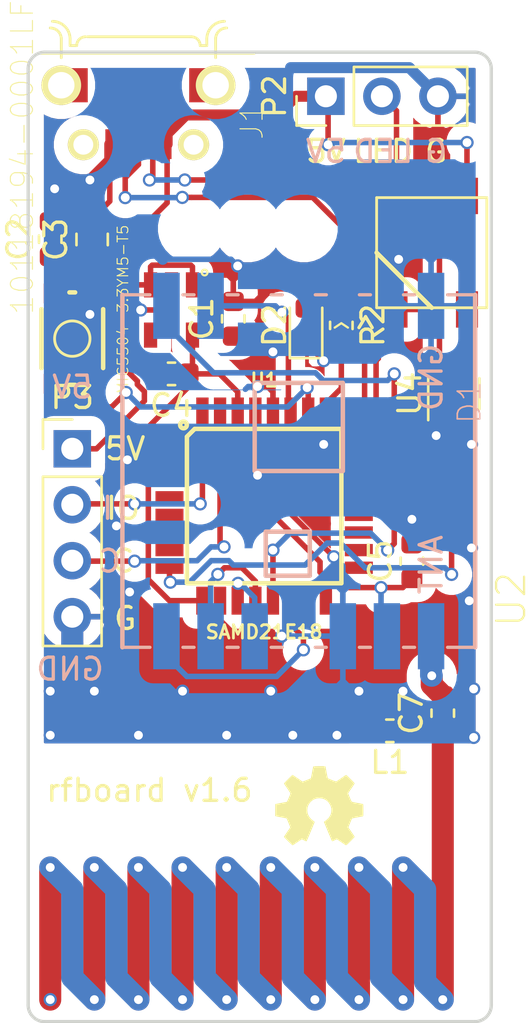
<source format=kicad_pcb>
(kicad_pcb (version 20221018) (generator pcbnew)
  (layers (0 "F.Cu" signal) (31 "B.Cu" signal) (34 "B.Paste" user) (35 "F.Paste" user) (36 "B.SilkS" user "B.Silkscreen") (37 "F.SilkS" user "F.Silkscreen") (38 "B.Mask" user) (39 "F.Mask" user) (44 "Edge.Cuts" user))
  (net 0 "")
  (net 1 "+3V3")
  (net 2 "GND")
  (net 3 "+5V")
  (net 4 "Net-(C6-Pad2)")
  (net 5 "ANTENNA")
  (net 6 "LED_EXTERNAL")
  (net 7 "Net-(D1-Pad4)")
  (net 8 "USB_D-")
  (net 9 "USB_D+")
  (net 10 "Net-(D2-Pad2)")
  (net 11 "SIMPLE_LED")
  (net 12 "LED_INTERNAL")
  (net 13 "RADIO_MOSI")
  (net 14 "RADIO_SCK")
  (net 15 "RADIO_MISO")
  (net 16 "RADIO_NSS")
  (net 17 "RESET_SW")
  (net 18 "RADIO_DIO0")
  (net 19 "ARM_SWCLK")
  (net 20 "ARM_SWDIO")
  (footprint "Capacitor_SMD:C_0805_2012Metric" (layer "F.Cu") (at 103.9 101.5 90)
    (fp_text reference "C3" (at 0 -1.65 90) (layer "F.SilkS"))
    (fp_text value "10uF")
    (pad "1" smd roundrect (at -0.9375 0 90) (size 0.975 1.4) (layers "F.Cu" "F.Paste" "F.Mask") (net 3 "+5V"))
    (pad "2" smd roundrect (at 0.9375 0 90) (size 0.975 1.4) (layers "F.Cu" "F.Paste" "F.Mask") (net 2 "GND"))
  )
  (footprint "Package_TO_SOT_SMD:SOT-353_SC-70-5" (layer "F.Cu") (at 120.3 108.5 90)
    (fp_text reference "U4" (at 0 -2 90) (layer "F.SilkS"))
    (fp_text value "74LVC1G125")
    (pad "1" smd rect (at -0.95 -0.65 90) (size 0.65 0.4) (layers "F.Cu" "F.Paste" "F.Mask") (net 2 "GND"))
    (pad "2" smd rect (at -0.95 0 90) (size 0.65 0.4) (layers "F.Cu" "F.Paste" "F.Mask") (net 12 "LED_INTERNAL"))
    (pad "3" smd rect (at -0.95 0.65 90) (size 0.65 0.4) (layers "F.Cu" "F.Paste" "F.Mask") (net 2 "GND"))
    (pad "4" smd rect (at 0.95 0.65 90) (size 0.65 0.4) (layers "F.Cu" "F.Paste" "F.Mask") (net 7 "Net-(D1-Pad4)"))
    (pad "5" smd rect (at 0.95 -0.65 90) (size 0.65 0.4) (layers "F.Cu" "F.Paste" "F.Mask") (net 3 "+5V"))
  )
  (footprint "Capacitor_SMD:C_0603_1608Metric" (layer "F.Cu") (at 110.3 105.1 90)
    (fp_text reference "C1" (at 0 -1.43 90) (layer "F.SilkS"))
    (fp_text value "1uF")
    (pad "1" smd roundrect (at -0.7875 0 90) (size 0.875 0.95) (layers "F.Cu" "F.Paste" "F.Mask") (net 1 "+3V3"))
    (pad "2" smd roundrect (at 0.7875 0 90) (size 0.875 0.95) (layers "F.Cu" "F.Paste" "F.Mask") (net 2 "GND"))
  )
  (footprint "Capacitor_SMD:C_0603_1608Metric" (layer "F.Cu") (at 102 101.4875 90)
    (fp_text reference "C2" (at 0 -1.43 90) (layer "F.SilkS"))
    (fp_text value "1uF")
    (pad "1" smd roundrect (at -0.7875 0 90) (size 0.875 0.95) (layers "F.Cu" "F.Paste" "F.Mask") (net 3 "+5V"))
    (pad "2" smd roundrect (at 0.7875 0 90) (size 0.875 0.95) (layers "F.Cu" "F.Paste" "F.Mask") (net 2 "GND"))
  )
  (footprint "Capacitor_SMD:C_0603_1608Metric" (layer "F.Cu") (at 107.5 107.6 180)
    (fp_text reference "C4" (at 0 -1.43) (layer "F.SilkS"))
    (fp_text value "1uF")
    (pad "1" smd roundrect (at -0.7875 0 180) (size 0.875 0.95) (layers "F.Cu" "F.Paste" "F.Mask") (net 1 "+3V3"))
    (pad "2" smd roundrect (at 0.7875 0 180) (size 0.875 0.95) (layers "F.Cu" "F.Paste" "F.Mask") (net 2 "GND"))
  )
  (footprint "Capacitor_SMD:C_0603_1608Metric" (layer "F.Cu") (at 118.4 116.1 90)
    (fp_text reference "C5" (at 0 -1.43 90) (layer "F.SilkS"))
    (fp_text value "1uF")
    (pad "1" smd roundrect (at -0.7875 0 90) (size 0.875 0.95) (layers "F.Cu" "F.Paste" "F.Mask") (net 1 "+3V3"))
    (pad "2" smd roundrect (at 0.7875 0 90) (size 0.875 0.95) (layers "F.Cu" "F.Paste" "F.Mask") (net 2 "GND"))
  )
  (footprint "Capacitor_SMD:C_0603_1608Metric" (layer "F.Cu") (at 119.8 123 90)
    (fp_text reference "C7" (at 0 -1.43 90) (layer "F.SilkS"))
    (fp_text value "1pF")
    (pad "1" smd roundrect (at -0.7875 0 90) (size 0.875 0.95) (layers "F.Cu" "F.Paste" "F.Mask") (net 5 "ANTENNA"))
    (pad "2" smd roundrect (at 0.7875 0 90) (size 0.875 0.95) (layers "F.Cu" "F.Paste" "F.Mask") (net 4 "Net-(C6-Pad2)"))
  )
  (footprint "homebrew:WS2812B" (layer "F.Cu") (at 119.3 102.1 -90)
    (fp_text reference "D1" (at 6.79196 -1.70688 90) (layer "B.SilkS") (effects (font (size 1.016 1.016) (thickness 0.0762))))
    (fp_text value "WS2812B")
    (pad "1" smd rect (at -2.57556 -1.59766 270) (size 1.651 0.99822) (layers "F.Cu" "F.Paste" "F.Mask") (net 3 "+5V"))
    (pad "2" smd rect (at -2.57556 1.59766 270) (size 1.651 0.99822) (layers "F.Cu" "F.Paste" "F.Mask") (net 6 "LED_EXTERNAL"))
    (pad "3" smd rect (at 2.57556 1.59766 270) (size 1.651 0.99822) (layers "F.Cu" "F.Paste" "F.Mask") (net 2 "GND"))
    (pad "4" smd rect (at 2.57556 -1.59766 270) (size 1.651 0.99822) (layers "F.Cu" "F.Paste" "F.Mask") (net 7 "Net-(D1-Pad4)"))
  )
  (footprint "homebrew:3_pin_2.54mm_pitch_strain_relief" (layer "F.Cu") (at 110.96 101)
    (fp_text reference "H3" hide)
    (fp_text value "STRAIN_RELIEF" hide)
    (pad "" np_thru_hole circle (at -2.54 0) (size 1.8 1.8) (drill 1.8) (layers "*.Cu" "*.Mask"))
    (pad "" np_thru_hole circle (at 0 0) (size 1.8 1.8) (drill 1.8) (layers "*.Cu" "*.Mask"))
    (pad "" np_thru_hole circle (at 2.54 0) (size 1.8 1.8) (drill 1.8) (layers "*.Cu" "*.Mask"))
  )
  (footprint "homebrew:FRAMATOME_10118194-0001LF_fixed_bridges" (layer "F.Cu") (at 106 94.5 180)
    (fp_text reference "J1" (at -5.14371 -1.64279 90) (layer "F.SilkS") (effects (font (size 1.0017 1.0017) (thickness 0.05))))
    (fp_text value "10118194-0001LF" (at 5.26804 -3.27689 90) (layer "F.SilkS") (effects (font (size 1.00058 1.00058) (thickness 0.05))))
    (pad "1" smd rect (at -1.3 -2.675) (size 0.4 1.35) (layers "F.Cu" "F.Paste" "F.Mask") (net 3 "+5V"))
    (pad "2" smd rect (at -0.65 -2.675) (size 0.4 1.35) (layers "F.Cu" "F.Paste" "F.Mask") (net 8 "USB_D-"))
    (pad "3" smd rect (at 0 -2.675) (size 0.4 1.35) (layers "F.Cu" "F.Paste" "F.Mask") (net 9 "USB_D+"))
    (pad "4" smd rect (at 0.65 -2.675) (size 0.4 1.35) (layers "F.Cu" "F.Paste" "F.Mask"))
    (pad "5" smd rect (at 1.3 -2.675) (size 0.4 1.35) (layers "F.Cu" "F.Paste" "F.Mask") (net 2 "GND"))
    (pad "P$6" thru_hole circle (at -2.5 -2.7 180) (size 1.408 1.408) (drill 0.9) (layers "*.Cu" "*.Mask" "F.SilkS"))
    (pad "P$7" thru_hole circle (at 2.5 -2.7 180) (size 1.408 1.408) (drill 0.9) (layers "*.Cu" "*.Mask" "F.SilkS"))
    (pad "P$8" thru_hole circle (at -3.5 0 180) (size 1.8 1.8) (drill 1.2) (layers "*.Cu" "*.Mask" "F.SilkS"))
    (pad "P$9" thru_hole circle (at 3.5 0 180) (size 1.8 1.8) (drill 1.2) (layers "*.Cu" "*.Mask" "F.SilkS"))
    (pad "P$10" smd rect (at -1 0 180) (size 1.5 1.55) (layers "F.Cu" "F.Paste" "F.Mask"))
    (pad "P$11" smd rect (at 1 0 180) (size 1.5 1.55) (layers "F.Cu" "F.Paste" "F.Mask"))
    (pad "P$12" smd rect (at -3.05 0 180) (size 1.5 1.55) (layers "F.Cu" "F.Paste" "F.Mask"))
    (pad "P$13" smd rect (at 3.05 0 180) (size 1.5 1.55) (layers "F.Cu" "F.Paste" "F.Mask"))
  )
  (footprint "Inductor_SMD:L_0603_1608Metric" (layer "F.Cu") (at 117.4 123.8 180)
    (fp_text reference "L1" (at 0 -1.43) (layer "F.SilkS"))
    (fp_text value "10nH")
    (pad "1" smd roundrect (at -0.7875 0 180) (size 0.875 0.95) (layers "F.Cu" "F.Paste" "F.Mask") (net 5 "ANTENNA"))
    (pad "2" smd roundrect (at 0.7875 0 180) (size 0.875 0.95) (layers "F.Cu" "F.Paste" "F.Mask") (net 2 "GND"))
  )
  (footprint "Resistor_SMD:R_0603_1608Metric" (layer "F.Cu") (at 115.2 105.4 -90)
    (fp_text reference "R2" (at 0 -1.43 90) (layer "F.SilkS"))
    (fp_text value "1k")
    (pad "1" smd roundrect (at -0.7875 0 270) (size 0.875 0.95) (layers "F.Cu" "F.Paste" "F.Mask") (net 10 "Net-(D2-Pad2)"))
    (pad "2" smd roundrect (at 0.7875 0 270) (size 0.875 0.95) (layers "F.Cu" "F.Paste" "F.Mask") (net 11 "SIMPLE_LED"))
  )
  (footprint "Sparkfun-Silicon-Standard:TQFP32-08" (layer "F.Cu") (at 111.7 113.6)
    (fp_text reference "U1" (at 0 -5.715) (layer "F.SilkS") (effects (font (size 0.6096 0.6096) (thickness 0.127))))
    (fp_text value "SAMD21E18" (at 0 5.715) (layer "F.SilkS") (effects (font (size 0.6096 0.6096) (thickness 0.127))))
    (pad "1" smd rect (at -4.2926 -2.79908) (size 1.27 0.5588) (layers "F.Cu" "F.Paste" "F.Mask"))
    (pad "2" smd rect (at -4.2926 -1.99898) (size 1.27 0.5588) (layers "F.Cu" "F.Paste" "F.Mask"))
    (pad "3" smd rect (at -4.2926 -1.19888) (size 1.27 0.5588) (layers "F.Cu" "F.Paste" "F.Mask"))
    (pad "4" smd rect (at -4.2926 -0.39878) (size 1.27 0.5588) (layers "F.Cu" "F.Paste" "F.Mask"))
    (pad "5" smd rect (at -4.2926 0.39878) (size 1.27 0.5588) (layers "F.Cu" "F.Paste" "F.Mask"))
    (pad "6" smd rect (at -4.2926 1.19888) (size 1.27 0.5588) (layers "F.Cu" "F.Paste" "F.Mask"))
    (pad "7" smd rect (at -4.2926 1.99898) (size 1.27 0.5588) (layers "F.Cu" "F.Paste" "F.Mask"))
    (pad "8" smd rect (at -4.2926 2.79908) (size 1.27 0.5588) (layers "F.Cu" "F.Paste" "F.Mask") (net 12 "LED_INTERNAL"))
    (pad "9" smd rect (at -2.79908 4.2926) (size 0.5588 1.27) (layers "F.Cu" "F.Paste" "F.Mask") (net 1 "+3V3"))
    (pad "10" smd rect (at -1.99898 4.2926) (size 0.5588 1.27) (layers "F.Cu" "F.Paste" "F.Mask") (net 2 "GND"))
    (pad "11" smd rect (at -1.19888 4.2926) (size 0.5588 1.27) (layers "F.Cu" "F.Paste" "F.Mask") (net 13 "RADIO_MOSI"))
    (pad "12" smd rect (at -0.39878 4.2926) (size 0.5588 1.27) (layers "F.Cu" "F.Paste" "F.Mask") (net 14 "RADIO_SCK"))
    (pad "13" smd rect (at 0.39878 4.2926) (size 0.5588 1.27) (layers "F.Cu" "F.Paste" "F.Mask") (net 15 "RADIO_MISO"))
    (pad "14" smd rect (at 1.19888 4.2926) (size 0.5588 1.27) (layers "F.Cu" "F.Paste" "F.Mask") (net 16 "RADIO_NSS"))
    (pad "15" smd rect (at 1.99898 4.2926) (size 0.5588 1.27) (layers "F.Cu" "F.Paste" "F.Mask"))
    (pad "16" smd rect (at 2.79908 4.2926) (size 0.5588 1.27) (layers "F.Cu" "F.Paste" "F.Mask"))
    (pad "17" smd rect (at 4.2926 2.79908) (size 1.27 0.5588) (layers "F.Cu" "F.Paste" "F.Mask"))
    (pad "18" smd rect (at 4.2926 1.99898) (size 1.27 0.5588) (layers "F.Cu" "F.Paste" "F.Mask"))
    (pad "19" smd rect (at 4.2926 1.19888) (size 1.27 0.5588) (layers "F.Cu" "F.Paste" "F.Mask"))
    (pad "20" smd rect (at 4.2926 0.39878) (size 1.27 0.5588) (layers "F.Cu" "F.Paste" "F.Mask"))
    (pad "21" smd rect (at 4.2926 -0.39878) (size 1.27 0.5588) (layers "F.Cu" "F.Paste" "F.Mask"))
    (pad "22" smd rect (at 4.2926 -1.19888) (size 1.27 0.5588) (layers "F.Cu" "F.Paste" "F.Mask"))
    (pad "23" smd rect (at 4.2926 -1.99898) (size 1.27 0.5588) (layers "F.Cu" "F.Paste" "F.Mask") (net 8 "USB_D-"))
    (pad "24" smd rect (at 4.2926 -2.79908) (size 1.27 0.5588) (layers "F.Cu" "F.Paste" "F.Mask") (net 9 "USB_D+"))
    (pad "25" smd rect (at 2.79908 -4.2926) (size 0.5588 1.27) (layers "F.Cu" "F.Paste" "F.Mask") (net 11 "SIMPLE_LED"))
    (pad "26" smd rect (at 1.99898 -4.2926) (size 0.5588 1.27) (layers "F.Cu" "F.Paste" "F.Mask") (net 17 "RESET_SW"))
    (pad "27" smd rect (at 1.19888 -4.2926) (size 0.5588 1.27) (layers "F.Cu" "F.Paste" "F.Mask") (net 18 "RADIO_DIO0"))
    (pad "28" smd rect (at 0.39878 -4.2926) (size 0.5588 1.27) (layers "F.Cu" "F.Paste" "F.Mask") (net 2 "GND"))
    (pad "29" smd rect (at -0.39878 -4.2926) (size 0.5588 1.27) (layers "F.Cu" "F.Paste" "F.Mask"))
    (pad "30" smd rect (at -1.19888 -4.2926) (size 0.5588 1.27) (layers "F.Cu" "F.Paste" "F.Mask") (net 1 "+3V3"))
    (pad "31" smd rect (at -1.99898 -4.2926) (size 0.5588 1.27) (layers "F.Cu" "F.Paste" "F.Mask") (net 19 "ARM_SWCLK"))
    (pad "32" smd rect (at -2.79908 -4.2926) (size 0.5588 1.27) (layers "F.Cu" "F.Paste" "F.Mask") (net 20 "ARM_SWDIO"))
  )
  (footprint "MIC5504-3.3YM5-T5:SOT23-5P95_280X145XL45X37N" (layer "F.Cu") (at 107.5 104.7 -90)
    (fp_text reference "U3")
    (fp_text value "MIC5504-3.3YM5-T5" (at -0.026113 2.20437 90) (layer "F.SilkS") (effects (font (size 0.482007 0.482007) (thickness 0.05))))
    (pad "1" smd rect (at -1.14 -0.95) (size 0.6 1.14) (layers "F.Cu" "F.Paste" "F.Mask") (net 3 "+5V"))
    (pad "2" smd rect (at -1.14 0) (size 0.6 1.14) (layers "F.Cu" "F.Paste" "F.Mask") (net 2 "GND"))
    (pad "3" smd rect (at -1.14 0.95) (size 0.6 1.14) (layers "F.Cu" "F.Paste" "F.Mask") (net 3 "+5V"))
    (pad "4" smd rect (at 1.14 0.95) (size 0.6 1.14) (layers "F.Cu" "F.Paste" "F.Mask"))
    (pad "5" smd rect (at 1.14 -0.95) (size 0.6 1.14) (layers "F.Cu" "F.Paste" "F.Mask") (net 1 "+3V3"))
  )
  (footprint "Sparkfun-Switches:TACTILE_SWITCH_SMD_4.6X2.8MM" (layer "F.Cu") (at 103 106 90)
    (fp_text reference "S1")
    (fp_text value "MOMENTARY-SWITCH-SPST-SMD-4.6X2.8MM" hide)
    (pad "1" smd rect (at -2.04978 0.79756 90) (size 0.89916 0.99822) (layers "F.Cu" "F.Paste" "F.Mask") (net 2 "GND"))
    (pad "2" smd rect (at 2.04978 0.79756 90) (size 0.89916 0.99822) (layers "F.Cu" "F.Paste" "F.Mask") (net 2 "GND"))
    (pad "3" smd rect (at 2.04978 -0.79756 90) (size 0.89916 0.99822) (layers "F.Cu" "F.Paste" "F.Mask") (net 17 "RESET_SW"))
    (pad "4" smd rect (at -2.04978 -0.79756 90) (size 0.89916 0.99822) (layers "F.Cu" "F.Paste" "F.Mask") (net 17 "RESET_SW"))
  )
  (footprint "Connector_PinHeader_2.54mm:PinHeader_1x04_P2.54mm_Vertical" (layer "F.Cu") (at 103 111)
    (fp_text reference "P3" (at 0 -2.33) (layer "F.SilkS"))
    (fp_text value "CONN_01X04" hide)
    (pad "1" thru_hole rect (at 0 0) (size 1.7 1.7) (drill 1) (layers "*.Cu" "*.Mask") (net 3 "+5V"))
    (pad "2" thru_hole oval (at 0 2.54) (size 1.7 1.7) (drill 1) (layers "*.Cu" "*.Mask") (net 20 "ARM_SWDIO"))
    (pad "3" thru_hole oval (at 0 5.08) (size 1.7 1.7) (drill 1) (layers "*.Cu" "*.Mask") (net 19 "ARM_SWCLK"))
    (pad "4" thru_hole oval (at 0 7.62) (size 1.7 1.7) (drill 1) (layers "*.Cu" "*.Mask") (net 2 "GND"))
  )
  (footprint "LED_SMD:LED_0603_1608Metric" (layer "F.Cu") (at 113.6 105.4 90)
    (fp_text reference "D2" (at 0 -1.43 90) (layer "F.SilkS"))
    (fp_text value "LED")
    (pad "1" smd roundrect (at -0.7875 0 90) (size 0.875 0.95) (layers "F.Cu" "F.Paste" "F.Mask") (net 2 "GND"))
    (pad "2" smd roundrect (at 0.7875 0 90) (size 0.875 0.95) (layers "F.Cu" "F.Paste" "F.Mask") (net 10 "Net-(D2-Pad2)"))
  )
  (footprint "Connector_PinHeader_2.54mm:PinHeader_1x03_P2.54mm_Vertical" (layer "F.Cu") (at 114.5 95 90)
    (fp_text reference "P2" (at 0 -2.33 90) (layer "F.SilkS"))
    (fp_text value "CONN_01X03" hide)
    (pad "1" thru_hole rect (at 0 0 90) (size 1.7 1.7) (drill 1) (layers "*.Cu" "*.Mask") (net 3 "+5V"))
    (pad "2" thru_hole oval (at 0 2.54 90) (size 1.7 1.7) (drill 1) (layers "*.Cu" "*.Mask") (net 6 "LED_EXTERNAL"))
    (pad "3" thru_hole oval (at 0 5.08 90) (size 1.7 1.7) (drill 1) (layers "*.Cu" "*.Mask") (net 2 "GND"))
  )
  (footprint "homebrew:OSHW_LOGO_4mm" (layer "F.Cu") (at 114.2 127.2)
    (fp_text reference "G***" hide)
    (fp_text value "OSHW_LOGO_4mm" hide)
  )
  (footprint "homebrew:RFM69CW-minimalpads" (layer "B.Cu") (at 113.27 112.01 90)
    (fp_text reference "U2" (at -5.82422 9.63422 90) (layer "F.SilkS") (effects (font (size 1.27 1.27) (thickness 0.1016))))
    (fp_text value "RFM69CW-915MHZ" hide)
    (fp_text user "GND" (at 4.25 6 90) (layer "B.SilkS") (effects (justify mirror)))
    (fp_text user "ANT" (at -4.25 6 90) (layer "B.SilkS") (effects (justify mirror)))
    (pad "1" smd rect (at -7.49808 5.99948 90) (size 2.99974 1.19888) (layers "B.Cu" "B.Paste" "B.Mask") (net 4 "Net-(C6-Pad2)"))
    (pad "2" smd rect (at -7.49808 3.99796 90) (size 2.99974 1.19888) (layers "B.Cu" "B.Paste" "B.Mask") (net 1 "+3V3"))
    (pad "3" smd rect (at -7.49808 1.99898 90) (size 2.99974 1.19888) (layers "B.Cu" "B.Paste" "B.Mask") (net 2 "GND"))
    (pad "5" smd rect (at -7.49808 -1.99898 90) (size 2.99974 1.19888) (layers "B.Cu" "B.Paste" "B.Mask") (net 13 "RADIO_MOSI"))
    (pad "6" smd rect (at -7.49808 -3.99796 90) (size 2.99974 1.19888) (layers "B.Cu" "B.Paste" "B.Mask") (net 14 "RADIO_SCK"))
    (pad "7" smd rect (at -7.49808 -5.99948 90) (size 2.99974 1.19888) (layers "B.Cu" "B.Paste" "B.Mask") (net 16 "RADIO_NSS"))
    (pad "8" smd rect (at 7.49808 -5.99948 90) (size 2.99974 1.19888) (layers "B.Cu" "B.Paste" "B.Mask") (net 15 "RADIO_MISO"))
    (pad "9" smd rect (at 7.49808 -3.99796 90) (size 2.99974 1.19888) (layers "B.Cu" "B.Paste" "B.Mask") (net 18 "RADIO_DIO0"))
    (pad "14" smd rect (at 7.49808 5.99948 90) (size 2.99974 1.19888) (layers "B.Cu" "B.Paste" "B.Mask") (net 2 "GND"))
  )
  (gr_line (start 116.3 105) (end 116.6 105.5) (stroke (width 0.15)) (layer "F.SilkS"))
  (gr_line (start 115.2 105.3) (end 115.5 105.5) (stroke (width 0.1016)) (layer "F.SilkS"))
  (gr_line (start 116 105.5) (end 116.3 105) (stroke (width 0.15)) (layer "F.SilkS"))
  (gr_line (start 114.9 105.5) (end 115.2 105.3) (stroke (width 0.1016)) (layer "F.SilkS"))
  (gr_line (start 101.75 137) (end 121.25 137) (stroke (width 0.15)) (layer "Edge.Cuts"))
  (gr_arc (start 101.75 137) (mid 101.21967 136.78033) (end 101 136.25) (stroke (width 0.15)) (layer "Edge.Cuts"))
  (gr_arc (start 121.25 93) (mid 121.78033 93.21967) (end 122 93.75) (stroke (width 0.15)) (layer "Edge.Cuts"))
  (gr_arc (start 122 136.25) (mid 121.78033 136.78033) (end 121.25 137) (stroke (width 0.15)) (layer "Edge.Cuts"))
  (gr_line (start 101 93.75) (end 101 136.25) (stroke (width 0.15)) (layer "Edge.Cuts"))
  (gr_line (start 121.25 93) (end 101.75 93) (stroke (width 0.15)) (layer "Edge.Cuts"))
  (gr_line (start 122 136.25) (end 122 93.75) (stroke (width 0.15)) (layer "Edge.Cuts"))
  (gr_arc (start 101 93.75) (mid 101.21967 93.21967) (end 101.75 93) (stroke (width 0.15)) (layer "Edge.Cuts"))
  (gr_text "5V" (at 103 108.2) (layer "B.SilkS") (effects (font (size 1 1)) (justify mirror)))
  (gr_text "I" (at 104.6 113.7) (layer "B.SilkS") (effects (font (size 1 1)) (justify mirror)))
  (gr_text "C" (at 104.7 116.1) (layer "B.SilkS") (effects (font (size 1 1)) (justify mirror)))
  (gr_text "GND" (at 102.9 121) (layer "B.SilkS") (effects (font (size 1 1)) (justify mirror)))
  (gr_text "5V" (at 114.5 97.5) (layer "B.SilkS") (effects (font (size 1 1)) (justify mirror)))
  (gr_text "LED" (at 117.1 97.5) (layer "B.SilkS") (effects (font (size 1 1)) (justify mirror)))
  (gr_text "G" (at 119.5 97.5) (layer "B.SilkS") (effects (font (size 1 1)) (justify mirror)))
  (gr_text "G" (at 105.4 118.7) (layer "F.SilkS") (effects (font (size 1 1))))
  (gr_text "IO" (at 105.3 113.7) (layer "F.SilkS") (effects (font (size 1 1))))
  (gr_text "C" (at 105.3 116.1) (layer "F.SilkS") (effects (font (size 1 1))))
  (gr_text "5V" (at 105.4 111) (layer "F.SilkS") (effects (font (size 1 1))))
  (gr_text "5V" (at 114.5 97.5) (layer "F.SilkS") (effects (font (size 1 1))))
  (gr_text "rfboard v1.6" (at 106.5 126.5) (layer "F.SilkS") (effects (font (size 1 1))))
  (gr_text "LED" (at 117.1 97.5) (layer "F.SilkS") (effects (font (size 1 1))))
  (gr_text "G" (at 119.5 97.5) (layer "F.SilkS") (effects (font (size 1 1))))
  (segment (start 114.234597 116.599521) (end 114.234597 116.130515) (width 0.25) (layer "F.Cu") (net 1))
  (segment (start 108.2875 107.6) (end 108.2875 108.175) (width 0.25) (layer "F.Cu") (net 1))
  (segment (start 108.2875 108.175) (end 106.448399 110.014101) (width 0.25) (layer "F.Cu") (net 1))
  (segment (start 110.50112 112.397038) (end 110.50112 110.1924) (width 0.25) (layer "F.Cu") (net 1))
  (segment (start 106.448399 110.014101) (end 106.448399 116.937681) (width 0.25) (layer "F.Cu") (net 1))
  (segment (start 108.45 105.84) (end 110.2525 105.84) (width 0.25) (layer "F.Cu") (net 1))
  (segment (start 115.404082 117.3) (end 115.028083 116.924001) (width 0.25) (layer "F.Cu") (net 1))
  (segment (start 108.2875 107.6) (end 109.67872 107.6) (width 0.25) (layer "F.Cu") (net 1))
  (segment (start 115.028083 116.924001) (end 114.559077 116.924001) (width 0.25) (layer "F.Cu") (net 1))
  (segment (start 117 117.724264) (end 117 117.3) (width 0.25) (layer "F.Cu") (net 1))
  (segment (start 117.9875 117.3) (end 118.4 116.8875) (width 0.25) (layer "F.Cu") (net 1))
  (segment (start 110.50112 110.1924) (end 110.50112 109.3074) (width 0.25) (layer "F.Cu") (net 1))
  (segment (start 108.37152 117.8926) (end 108.90092 117.8926) (width 0.25) (layer "F.Cu") (net 1))
  (segment (start 106.448399 116.937681) (end 107.403318 117.8926) (width 0.25) (layer "F.Cu") (net 1))
  (segment (start 108.45 105.84) (end 108.45 107.4375) (width 0.25) (layer "F.Cu") (net 1))
  (segment (start 108.45 107.4375) (end 108.2875 107.6) (width 0.25) (layer "F.Cu") (net 1))
  (segment (start 114.234597 116.130515) (end 110.50112 112.397038) (width 0.25) (layer "F.Cu") (net 1))
  (segment (start 109.67872 107.6) (end 110.50112 108.4224) (width 0.25) (layer "F.Cu") (net 1))
  (segment (start 107.403318 117.8926) (end 108.37152 117.8926) (width 0.25) (layer "F.Cu") (net 1))
  (segment (start 117 117.3) (end 117.9875 117.3) (width 0.25) (layer "F.Cu") (net 1))
  (segment (start 114.559077 116.924001) (end 114.234597 116.599521) (width 0.25) (layer "F.Cu") (net 1))
  (segment (start 110.50112 108.4224) (end 110.50112 109.3074) (width 0.25) (layer "F.Cu") (net 1))
  (segment (start 110.2525 105.84) (end 110.3 105.8875) (width 0.25) (layer "F.Cu") (net 1))
  (segment (start 117 117.3) (end 115.404082 117.3) (width 0.25) (layer "F.Cu") (net 1))
  (via (at 117 117.3) (size 0.6) (drill 0.4) (layers "F.Cu" "B.Cu") (net 1))
  (segment (start 117 117.3) (end 117 119.24012) (width 0.25) (layer "B.Cu") (net 1))
  (segment (start 117 119.24012) (end 117.26796 119.50808) (width 0.25) (layer "B.Cu") (net 1))
  (segment (start 120.95 108.875) (end 120.95 109.45) (width 0.25) (layer "F.Cu") (net 2))
  (segment (start 112.09878 109.3074) (end 112.09878 106.60122) (width 0.25) (layer "F.Cu") (net 2))
  (segment (start 119.724001 108.800999) (end 120.875999 108.800999) (width 0.25) (layer "F.Cu") (net 2))
  (segment (start 105.7 111.3) (end 105.5 111.5) (width 0.25) (layer "F.Cu") (net 2))
  (segment (start 112.09878 109.3074) (end 112.09878 108.4224) (width 0.25) (layer "F.Cu") (net 2))
  (segment (start 119.65 109.45) (end 119.65 110.25) (width 0.25) (layer "F.Cu") (net 2))
  (segment (start 112.09878 108.4224) (end 111.849778 108.173398) (width 0.25) (layer "F.Cu") (net 2))
  (segment (start 120.875999 108.800999) (end 120.95 108.875) (width 0.25) (layer "F.Cu") (net 2))
  (segment (start 114.859154 115.901929) (end 111.4 112.442775) (width 0.25) (layer "F.Cu") (net 2))
  (segment (start 105.800001 106.687501) (end 106.250888 107.138388) (width 0.25) (layer "F.Cu") (net 2))
  (segment (start 118.4 115.3125) (end 118.4 114.2) (width 0.25) (layer "F.Cu") (net 2))
  (segment (start 104.7 97.175) (end 104.7 99.7625) (width 0.25) (layer "F.Cu") (net 2))
  (segment (start 107.5 103.56) (end 107.5 104.38) (width 0.25) (layer "F.Cu") (net 2))
  (segment (start 119.65 109.45) (end 119.65 108.875) (width 0.25) (layer "F.Cu") (net 2))
  (segment (start 106.1 104.7) (end 105.800001 104.999999) (width 0.25) (layer "F.Cu") (net 2))
  (segment (start 111.4 112.442775) (end 111.4 112.2) (width 0.25) (layer "F.Cu") (net 2))
  (segment (start 103.9 100.5625) (end 102.1375 100.5625) (width 0.25) (layer "F.Cu") (net 2))
  (segment (start 117.70234 104.67556) (end 117.70234 102.49766) (width 0.25) (layer "F.Cu") (net 2))
  (segment (start 112.09878 106.60122) (end 112.1 106.6) (width 0.25) (layer "F.Cu") (net 2))
  (segment (start 110.3 102.9) (end 110.5 102.7) (width 0.25) (layer "F.Cu") (net 2))
  (segment (start 119.65 110.25) (end 119.5 110.4) (width 0.25) (layer "F.Cu") (net 2))
  (segment (start 109.70102 118.7776) (end 110.42342 119.5) (width 0.25) (layer "F.Cu") (net 2))
  (segment (start 104.7 97.175) (end 104.7 97.9) (width 0.5) (layer "F.Cu") (net 2))
  (segment (start 113.6 106.2) (end 114.4 107) (width 0.25) (layer "F.Cu") (net 2))
  (segment (start 105.800001 104.999999) (end 105.800001 106.687501) (width 0.25) (layer "F.Cu") (net 2))
  (segment (start 111.849778 108.173398) (end 111.4 108.173398) (width 0.25) (layer "F.Cu") (net 2))
  (segment (start 110.3 104.3125) (end 110.3 102.9) (width 0.25) (layer "F.Cu") (net 2))
  (segment (start 117.70234 102.49766) (end 117.8 102.4) (width 0.25) (layer "F.Cu") (net 2))
  (segment (start 110.42342 119.5) (end 112.5 119.5) (width 0.25) (layer "F.Cu") (net 2))
  (segment (start 103.79756 104.89756) (end 103.8 104.9) (width 0.25) (layer "F.Cu") (net 2))
  (segment (start 102.1375 100.5625) (end 102 100.7) (width 0.25) (layer "F.Cu") (net 2))
  (segment (start 103 119.822081) (end 103 122.8) (width 1) (layer "F.Cu") (net 2))
  (segment (start 103.79756 103.95022) (end 103.79756 104.89756) (width 0.25) (layer "F.Cu") (net 2))
  (segment (start 106.250888 107.138388) (end 106.7125 107.6) (width 0.25) (layer "F.Cu") (net 2))
  (segment (start 103 118.62) (end 103 119.822081) (width 1) (layer "F.Cu") (net 2))
  (segment (start 103.8 104.9) (end 103.8 108.04734) (width 0.25) (layer "F.Cu") (net 2))
  (segment (start 104.7 97.9) (end 103.8 98.8) (width 0.5) (layer "F.Cu") (net 2))
  (segment (start 119.65 108.875) (end 119.724001 108.800999) (width 0.25) (layer "F.Cu") (net 2))
  (segment (start 104.7 99.7625) (end 103.9 100.5625) (width 0.25) (layer "F.Cu") (net 2))
  (segment (start 107.5 104.38) (end 107.18 104.7) (width 0.25) (layer "F.Cu") (net 2))
  (segment (start 109.70102 117.8926) (end 109.70102 118.7776) (width 0.25) (layer "F.Cu") (net 2))
  (segment (start 113.6 106.1875) (end 113.6 106.2) (width 0.25) (layer "F.Cu") (net 2))
  (segment (start 107.18 104.7) (end 106.1 104.7) (width 0.25) (layer "F.Cu") (net 2))
  (segment (start 103.8 108.04734) (end 103.79756 108.04978) (width 0.25) (layer "F.Cu") (net 2))
  (via (at 108 122) (size 0.6) (drill 0.4) (layers "F.Cu" "B.Cu") (net 2))
  (via (at 121 117.9) (size 0.6) (drill 0.4) (layers "F.Cu" "B.Cu") (net 2))
  (via (at 117.8 102.4) (size 0.6) (drill 0.4) (layers "F.Cu" "B.Cu") (net 2))
  (via (at 121.2 124.1) (size 0.6) (drill 0.4) (layers "F.Cu" "B.Cu") (net 2))
  (via (at 121.1 110.8) (size 0.6) (drill 0.4) (layers "F.Cu" "B.Cu") (net 2))
  (via (at 115 124) (size 0.6) (drill 0.4) (layers "F.Cu" "B.Cu") (net 2))
  (via (at 121.1 115.5) (size 0.6) (drill 0.4) (layers "F.Cu" "B.Cu") (net 2))
  (via (at 114.4 110.8) (size 0.6) (drill 0.4) (layers "F.Cu" "B.Cu") (net 2))
  (via (at 121.2 121.9) (size 0.6) (drill 0.4) (layers "F.Cu" "B.Cu") (net 2))
  (via (at 106.1 104.7) (size 0.6) (drill 0.4) (layers "F.Cu" "B.Cu") (net 2))
  (via (at 112 122) (size 0.6) (drill 0.4) (layers "F.Cu" "B.Cu") (net 2))
  (via (at 105.5 111.5) (size 0.6) (drill 0.4) (layers "F.Cu" "B.Cu") (net 2))
  (via (at 118 122) (size 0.6) (drill 0.4) (layers "F.Cu" "B.Cu") (net 2))
  (via (at 105 114.5) (size 0.6) (drill 0.4) (layers "F.Cu" "B.Cu") (net 2))
  (via (at 119.5 110.4) (size 0.6) (drill 0.4) (layers "F.Cu" "B.Cu") (net 2))
  (via (at 103.8 98.8) (size 0.6) (drill 0.4) (layers "F.Cu" "B.Cu") (net 2))
  (via (at 113 124) (size 0.6) (drill 0.4) (layers "F.Cu" "B.Cu") (net 2))
  (via (at 112.1 106.6) (size 0.6) (drill 0.4) (layers "F.Cu" "B.Cu") (net 2))
  (via (at 114.4 107) (size 0.6) (drill 0.4) (layers "F.Cu" "B.Cu") (net 2))
  (via (at 111.4 112.2) (size 0.6) (drill 0.4) (layers "F.Cu" "B.Cu") (net 2))
  (via (at 102 124) (size 0.6) (drill 0.4) (layers "F.Cu" "B.Cu") (net 2))
  (via (at 116 122) (size 0.6) (drill 0.4) (layers "F.Cu" "B.Cu") (net 2))
  (via (at 111.4 108.173398) (size 0.6) (drill 0.4) (layers "F.Cu" "B.Cu") (net 2))
  (via (at 105.6 117.5) (size 0.6) (drill 0.4) (layers "F.Cu" "B.Cu") (net 2))
  (via (at 118.4 114.2) (size 0.6) (drill 0.4) (layers "F.Cu" "B.Cu") (net 2))
  (via (at 106 124) (size 0.6) (drill 0.4) (layers "F.Cu" "B.Cu") (net 2))
  (via (at 110.5 102.7) (size 0.6) (drill 0.4) (layers "F.Cu" "B.Cu") (net 2))
  (via (at 110 124) (size 0.6) (drill 0.4) (layers "F.Cu" "B.Cu") (net 2))
  (via (at 102 122) (size 0.6) (drill 0.4) (layers "F.Cu" "B.Cu") (net 2))
  (via (at 102.2 99.2) (size 0.6) (drill 0.4) (layers "F.Cu" "B.Cu") (net 2))
  (via (at 114.859154 115.901929) (size 0.6) (drill 0.4) (layers "F.Cu" "B.Cu") (net 2))
  (via (at 112.5 119.5) (size 0.6) (drill 0.4) (layers "F.Cu" "B.Cu") (net 2))
  (via (at 103.8 104.9) (size 0.6) (drill 0.4) (layers "F.Cu" "B.Cu") (net 2))
  (via (at 104 122) (size 0.6) (drill 0.4) (layers "F.Cu" "B.Cu") (net 2))
  (segment (start 111.4 108.173398) (end 110.975736 108.173398) (width 0.25) (layer "B.Cu") (net 2))
  (segment (start 118.280999 93.700999) (end 112.899001 93.700999) (width 0.5) (layer "B.Cu") (net 2))
  (segment (start 115.26898 119.50808) (end 115.26898 116.311755) (width 0.25) (layer "B.Cu") (net 2))
  (segment (start 103 119.822081) (end 103 122.8) (width 1) (layer "B.Cu") (net 2))
  (segment (start 103 118.62) (end 103 119.822081) (width 1) (layer "B.Cu") (net 2))
  (segment (start 115.2609 119.5) (end 115.26898 119.50808) (width 0.25) (layer "B.Cu") (net 2))
  (segment (start 110.200001 102.400001) (end 107.100001 102.400001) (width 0.25) (layer "B.Cu") (net 2))
  (segment (start 119.58 95) (end 118.280999 93.700999) (width 0.5) (layer "B.Cu") (net 2))
  (segment (start 115.26898 116.311755) (end 114.859154 115.901929) (width 0.25) (layer "B.Cu") (net 2))
  (segment (start 110.975736 108.173398) (end 110.849134 108.3) (width 0.25) (layer "B.Cu") (net 2))
  (segment (start 110.5 102.7) (end 110.200001 102.400001) (width 0.25) (layer "B.Cu") (net 2))
  (segment (start 112.5 119.5) (end 115.2609 119.5) (width 0.25) (layer "B.Cu") (net 2))
  (segment (start 107.100001 102.400001) (end 106.7 102) (width 0.5) (layer "B.Cu") (net 2))
  (segment (start 106.1 104.7) (end 105.7 104.3) (width 0.5) (layer "B.Cu") (net 2))
  (segment (start 112.300999 95.849001) (end 113.15 95) (width 0.5) (layer "F.Cu") (net 3))
  (segment (start 106.268928 108.831072) (end 106.268928 108.39901) (width 0.25) (layer "F.Cu") (net 3))
  (segment (start 106.55 102.74) (end 106.624001 102.665999) (width 0.25) (layer "F.Cu") (net 3))
  (segment (start 103.7375 102.275) (end 103.9 102.4375) (width 0.25) (layer "F.Cu") (net 3))
  (segment (start 113.15 95) (end 114.5 95) (width 0.5) (layer "F.Cu") (net 3))
  (segment (start 104.1 111) (end 106.268928 108.831072) (width 0.25) (layer "F.Cu") (net 3))
  (segment (start 104.7 102.4375) (end 103.9 102.4375) (width 0.25) (layer "F.Cu") (net 3))
  (segment (start 107.3 97.175) (end 107.3 99.8375) (width 0.25) (layer "F.Cu") (net 3))
  (segment (start 108.150999 95.849001) (end 112.300999 95.849001) (width 0.5) (layer "F.Cu") (net 3))
  (segment (start 107.3 97.175) (end 107.3 96.7) (width 0.5) (layer "F.Cu") (net 3))
  (segment (start 105.0225 106.998978) (end 105.0225 103.56) (width 0.25) (layer "F.Cu") (net 3))
  (segment (start 106.268928 108.39901) (end 105.95099 108.081072) (width 0.25) (layer "F.Cu") (net 3))
  (segment (start 120.89766 99.52444) (end 120.89766 97.10234) (width 0.25) (layer "F.Cu") (net 3))
  (segment (start 106.624001 102.665999) (end 108.375999 102.665999) (width 0.25) (layer "F.Cu") (net 3))
  (segment (start 108.375999 102.665999) (end 108.45 102.74) (width 0.25) (layer "F.Cu") (net 3))
  (segment (start 114.6 97.2) (end 114.6 95.1) (width 0.25) (layer "F.Cu") (net 3))
  (segment (start 106.55 103.56) (end 106.55 102.74) (width 0.25) (layer "F.Cu") (net 3))
  (segment (start 107.3 96.7) (end 108.150999 95.849001) (width 0.5) (layer "F.Cu") (net 3))
  (segment (start 102 102.275) (end 103.7375 102.275) (width 0.25) (layer "F.Cu") (net 3))
  (segment (start 119.65 107.55) (end 119.65 100.02299) (width 0.25) (layer "F.Cu") (net 3))
  (segment (start 103 111) (end 104.1 111) (width 0.25) (layer "F.Cu") (net 3))
  (segment (start 114.6 95.1) (end 114.5 95) (width 0.25) (layer "F.Cu") (net 3))
  (segment (start 105.95099 108.081072) (end 105.95099 107.927468) (width 0.25) (layer "F.Cu") (net 3))
  (segment (start 103.9 102.4375) (end 105.0225 103.56) (width 0.25) (layer "F.Cu") (net 3))
  (segment (start 105.0225 103.56) (end 106.55 103.56) (width 0.25) (layer "F.Cu") (net 3))
  (segment (start 108.45 102.74) (end 108.45 103.56) (width 0.25) (layer "F.Cu") (net 3))
  (segment (start 107.3 99.8375) (end 104.7 102.4375) (width 0.25) (layer "F.Cu") (net 3))
  (segment (start 119.65 100.02299) (end 120.14855 99.52444) (width 0.25) (layer "F.Cu") (net 3))
  (segment (start 105.95099 107.927468) (end 105.0225 106.998978) (width 0.25) (layer "F.Cu") (net 3))
  (segment (start 120.89766 97.10234) (end 120.9 97.1) (width 0.25) (layer "F.Cu") (net 3))
  (segment (start 120.14855 99.52444) (end 120.89766 99.52444) (width 0.25) (layer "F.Cu") (net 3))
  (via (at 120.9 97.1) (size 0.6) (drill 0.4) (layers "F.Cu" "B.Cu") (net 3))
  (via (at 114.6 97.2) (size 0.6) (drill 0.4) (layers "F.Cu" "B.Cu") (net 3))
  (segment (start 114.7 97.1) (end 114.6 97.2) (width 0.25) (layer "B.Cu") (net 3))
  (segment (start 120.9 97.1) (end 114.7 97.1) (width 0.25) (layer "B.Cu") (net 3))
  (segment (start 119.3 121.7125) (end 119.8 122.2125) (width 1) (layer "F.Cu") (net 4))
  (segment (start 119.3 121.3) (end 119.3 121.7125) (width 1) (layer "F.Cu") (net 4))
  (via (at 119.3 121.3) (size 0.6) (drill 0.4) (layers "F.Cu" "B.Cu") (net 4))
  (segment (start 119.26948 119.50808) (end 119.26948 120.40851) (width 1) (layer "B.Cu") (net 4))
  (segment (start 119.26948 121.26948) (end 119.3 121.3) (width 1) (layer "B.Cu") (net 4))
  (segment (start 119.26948 119.50808) (end 119.26948 121.26948) (width 1) (layer "B.Cu") (net 4))
  (segment (start 118.2 123.7875) (end 118.1875 123.8) (width 0.25) (layer "F.Cu") (net 5))
  (segment (start 119.8 123.7875) (end 118.2 123.7875) (width 1) (layer "F.Cu") (net 5))
  (segment (start 104 130) (end 104 136) (width 1) (layer "F.Cu") (net 5))
  (segment (start 112 130) (end 112 136) (width 1) (layer "F.Cu") (net 5))
  (segment (start 116 130) (end 116 136) (width 1) (layer "F.Cu") (net 5))
  (segment (start 118 130) (end 118 136) (width 1) (layer "F.Cu") (net 5))
  (segment (start 110 130) (end 110 136) (width 1) (layer "F.Cu") (net 5))
  (segment (start 119.8 123.7875) (end 119.8 136) (width 1) (layer "F.Cu") (net 5))
  (segment (start 114 130) (end 114 136) (width 1) (layer "F.Cu") (net 5))
  (segment (start 106 130) (end 106 136) (width 1) (layer "F.Cu") (net 5))
  (segment (start 102 130) (end 102 136) (width 1) (layer "F.Cu") (net 5))
  (segment (start 108 130) (end 108 136) (width 1) (layer "F.Cu") (net 5))
  (via (at 110 130) (size 0.6) (drill 0.4) (layers "F.Cu" "B.Cu") (net 5))
  (via (at 119.8 136) (size 0.6) (drill 0.4) (layers "F.Cu" "B.Cu") (net 5))
  (via (at 106 130) (size 0.6) (drill 0.4) (layers "F.Cu" "B.Cu") (net 5))
  (via (at 102 130) (size 0.6) (drill 0.4) (layers "F.Cu" "B.Cu") (net 5))
  (via (at 108 136) (size 0.6) (drill 0.4) (layers "F.Cu" "B.Cu") (net 5))
  (via (at 114 130) (size 0.6) (drill 0.4) (layers "F.Cu" "B.Cu") (net 5))
  (via (at 118 136) (size 0.6) (drill 0.4) (layers "F.Cu" "B.Cu") (net 5))
  (via (at 114 136) (size 0.6) (drill 0.4) (layers "F.Cu" "B.Cu") (net 5))
  (via (at 118 130) (size 0.6) (drill 0.4) (layers "F.Cu" "B.Cu") (net 5))
  (via (at 116 136) (size 0.6) (drill 0.4) (layers "F.Cu" "B.Cu") (net 5))
  (via (at 102 136) (size 0.6) (drill 0.4) (layers "F.Cu" "B.Cu") (net 5))
  (via (at 104 136) (size 0.6) (drill 0.4) (layers "F.Cu" "B.Cu") (net 5))
  (via (at 116 130) (size 0.6) (drill 0.4) (layers "F.Cu" "B.Cu") (net 5))
  (via (at 112 130) (size 0.6) (drill 0.4) (layers "F.Cu" "B.Cu") (net 5))
  (via (at 106 136) (size 0.6) (drill 0.4) (layers "F.Cu" "B.Cu") (net 5))
  (via (at 112 136) (size 0.6) (drill 0.4) (layers "F.Cu" "B.Cu") (net 5))
  (via (at 104 130) (size 0.6) (drill 0.4) (layers "F.Cu" "B.Cu") (net 5))
  (via (at 110 136) (size 0.6) (drill 0.4) (layers "F.Cu" "B.Cu") (net 5))
  (via (at 108 130) (size 0.6) (drill 0.4) (layers "F.Cu" "B.Cu") (net 5))
  (segment (start 115 135) (end 115 131) (width 1) (layer "B.Cu") (net 5))
  (segment (start 119 131) (end 118 130) (width 1) (layer "B.Cu") (net 5))
  (segment (start 119.8 136) (end 119 135.2) (width 1) (layer "B.Cu") (net 5))
  (segment (start 117 131) (end 116 130) (width 1) (layer "B.Cu") (net 5))
  (segment (start 104 136) (end 103 135) (width 1) (layer "B.Cu") (net 5))
  (segment (start 103 131) (end 102 130) (width 1) (layer "B.Cu") (net 5))
  (segment (start 117 135) (end 117 131) (width 1) (layer "B.Cu") (net 5))
  (segment (start 109 131) (end 108 130) (width 1) (layer "B.Cu") (net 5))
  (segment (start 115 131) (end 114 130) (width 1) (layer "B.Cu") (net 5))
  (segment (start 103 135) (end 103 131) (width 1) (layer "B.Cu") (net 5))
  (segment (start 111 135) (end 111 131) (width 1) (layer "B.Cu") (net 5))
  (segment (start 113 131) (end 112 130) (width 1) (layer "B.Cu") (net 5))
  (segment (start 111 131) (end 110 130) (width 1) (layer "B.Cu") (net 5))
  (segment (start 113 135) (end 113 131) (width 1) (layer "B.Cu") (net 5))
  (segment (start 105 135) (end 105 131) (width 1) (layer "B.Cu") (net 5))
  (segment (start 106 136) (end 105 135) (width 1) (layer "B.Cu") (net 5))
  (segment (start 107 135) (end 107 131) (width 1) (layer "B.Cu") (net 5))
  (segment (start 105 131) (end 104 130) (width 1) (layer "B.Cu") (net 5))
  (segment (start 116 136) (end 115 135) (width 1) (layer "B.Cu") (net 5))
  (segment (start 118 136) (end 117 135) (width 1) (layer "B.Cu") (net 5))
  (segment (start 108 136) (end 107 135) (width 1) (layer "B.Cu") (net 5))
  (segment (start 109 135) (end 109 131) (width 1) (layer "B.Cu") (net 5))
  (segment (start 107 131) (end 106 130) (width 1) (layer "B.Cu") (net 5))
  (segment (start 112 136) (end 111 135) (width 1) (layer "B.Cu") (net 5))
  (segment (start 110 136) (end 109 135) (width 1) (layer "B.Cu") (net 5))
  (segment (start 119 135.2) (end 119 131) (width 1) (layer "B.Cu") (net 5))
  (segment (start 114 136) (end 113 135) (width 1) (layer "B.Cu") (net 5))
  (segment (start 117.70234 99.52444) (end 117.70234 95.66234) (width 0.25) (layer "F.Cu") (net 6))
  (segment (start 117.70234 95.66234) (end 117.04 95) (width 0.25) (layer "F.Cu") (net 6))
  (segment (start 120.95 107.55) (end 120.95 104.7279) (width 0.25) (layer "F.Cu") (net 7))
  (segment (start 120.95 104.7279) (end 120.89766 104.67556) (width 0.25) (layer "F.Cu") (net 7))
  (segment (start 116.879229 106.897249) (end 116.775999 107.000479) (width 0.25) (layer "F.Cu") (net 8))
  (segment (start 116.951601 110.262319) (end 116.951601 111.527019) (width 0.25) (layer "F.Cu") (net 8))
  (segment (start 116.879229 99.803493) (end 116.879229 106.897249) (width 0.25) (layer "F.Cu") (net 8))
  (segment (start 116.775999 107.000479) (end 116.775999 110.086717) (width 0.25) (layer "F.Cu") (net 8))
  (segment (start 113.746518 98.8) (end 108.1 98.8) (width 0.25) (layer "F.Cu") (net 8))
  (segment (start 114.750011 99.803493) (end 113.746518 98.8) (width 0.25) (layer "F.Cu") (net 8))
  (segment (start 116.8776 111.60102) (end 115.9926 111.60102) (width 0.25) (layer "F.Cu") (net 8))
  (segment (start 106.65 97.175) (end 106.65 98.65) (width 0.25) (layer "F.Cu") (net 8))
  (segment (start 116.951601 111.527019) (end 116.8776 111.60102) (width 0.25) (layer "F.Cu") (net 8))
  (segment (start 116.879229 99.803493) (end 114.750011 99.803493) (width 0.25) (layer "F.Cu") (net 8))
  (segment (start 106.65 98.65) (end 106.5 98.8) (width 0.25) (layer "F.Cu") (net 8))
  (segment (start 116.775999 110.086717) (end 116.951601 110.262319) (width 0.25) (layer "F.Cu") (net 8))
  (via (at 106.5 98.8) (size 0.6) (drill 0.4) (layers "F.Cu" "B.Cu") (net 8))
  (via (at 108.1 98.8) (size 0.6) (drill 0.4) (layers "F.Cu" "B.Cu") (net 8))
  (segment (start 108.1 98.8) (end 106.5 98.8) (width 0.25) (layer "B.Cu") (net 8))
  (segment (start 113.902504 99.590982) (end 108.411267 99.590982) (width 0.25) (layer "F.Cu") (net 9))
  (segment (start 105.4 99.6) (end 105.4 98.7) (width 0.25) (layer "F.Cu") (net 9))
  (segment (start 115.9926 110.80092) (end 115.9926 110.27152) (width 0.25) (layer "F.Cu") (net 9))
  (segment (start 116.255219 110.008901) (end 116.255219 101.943697) (width 0.25) (layer "F.Cu") (net 9))
  (segment (start 108.411267 99.590982) (end 107.987003 99.590982) (width 0.25) (layer "F.Cu") (net 9))
  (segment (start 106 98.1) (end 106 97.175) (width 0.25) (layer "F.Cu") (net 9))
  (segment (start 115.9926 110.27152) (end 116.255219 110.008901) (width 0.25) (layer "F.Cu") (net 9))
  (segment (start 116.255219 101.943697) (end 113.902504 99.590982) (width 0.25) (layer "F.Cu") (net 9))
  (segment (start 105.4 98.7) (end 106 98.1) (width 0.25) (layer "F.Cu") (net 9))
  (via (at 107.987003 99.590982) (size 0.6) (drill 0.4) (layers "F.Cu" "B.Cu") (net 9))
  (via (at 105.4 99.6) (size 0.6) (drill 0.4) (layers "F.Cu" "B.Cu") (net 9))
  (segment (start 107.977985 99.6) (end 107.987003 99.590982) (width 0.25) (layer "B.Cu") (net 9))
  (segment (start 105.4 99.6) (end 107.977985 99.6) (width 0.25) (layer "B.Cu") (net 9))
  (segment (start 113.6 104.6125) (end 115.2 104.6125) (width 0.25) (layer "F.Cu") (net 10))
  (segment (start 115.2 106.725) (end 115.2 106.1875) (width 0.25) (layer "F.Cu") (net 11))
  (segment (start 115.2 108.25088) (end 115.2 106.725) (width 0.25) (layer "F.Cu") (net 11))
  (segment (start 114.49908 109.3074) (end 114.49908 108.9518) (width 0.25) (layer "F.Cu") (net 11))
  (segment (start 114.49908 108.9518) (end 115.2 108.25088) (width 0.25) (layer "F.Cu") (net 11))
  (segment (start 120.2 116.7) (end 120.2 109.55) (width 0.25) (layer "F.Cu") (net 12))
  (segment (start 107.4074 117.014198) (end 107.446601 117.053399) (width 0.25) (layer "F.Cu") (net 12))
  (segment (start 107.4074 116.39908) (end 107.4074 117.014198) (width 0.25) (layer "F.Cu") (net 12))
  (segment (start 120.2 109.55) (end 120.3 109.45) (width 0.25) (layer "F.Cu") (net 12))
  (via (at 107.446601 117.053399) (size 0.6) (drill 0.4) (layers "F.Cu" "B.Cu") (net 12))
  (via (at 120.2 116.7) (size 0.6) (drill 0.4) (layers "F.Cu" "B.Cu") (net 12))
  (segment (start 110.100478 116.075998) (end 109.300478 116.075998) (width 0.25) (layer "B.Cu") (net 12))
  (segment (start 110.300478 116.275998) (end 110.100478 116.075998) (width 0.25) (layer "B.Cu") (net 12))
  (segment (start 114.559632 115.277927) (end 113.561561 116.275998) (width 0.25) (layer "B.Cu") (net 12))
  (segment (start 120.2 116.7) (end 119.900001 116.400001) (width 0.25) (layer "B.Cu") (net 12))
  (segment (start 113.561561 116.275998) (end 110.300478 116.275998) (width 0.25) (layer "B.Cu") (net 12))
  (segment (start 109.300478 116.075998) (end 108.323077 117.053399) (width 0.25) (layer "B.Cu") (net 12))
  (segment (start 107.870865 117.053399) (end 107.446601 117.053399) (width 0.25) (layer "B.Cu") (net 12))
  (segment (start 108.323077 117.053399) (end 107.870865 117.053399) (width 0.25) (layer "B.Cu") (net 12))
  (segment (start 116.28075 116.400001) (end 115.158676 115.277927) (width 0.25) (layer "B.Cu") (net 12))
  (segment (start 115.158676 115.277927) (end 114.559632 115.277927) (width 0.25) (layer "B.Cu") (net 12))
  (segment (start 119.900001 116.400001) (end 116.28075 116.400001) (width 0.25) (layer "B.Cu") (net 12))
  (segment (start 110.50112 117.8926) (end 110.517574 117.876146) (width 0.25) (layer "F.Cu") (net 13))
  (segment (start 110.517574 117.876146) (end 110.517574 117.530702) (width 0.25) (layer "F.Cu") (net 13))
  (segment (start 110.517574 117.530702) (end 110.517574 117.106438) (width 0.25) (layer "F.Cu") (net 13))
  (via (at 110.517574 117.106438) (size 0.6) (drill 0.4) (layers "F.Cu" "B.Cu") (net 13))
  (segment (start 111.27102 119.50808) (end 111.27102 117.75821) (width 0.25) (layer "B.Cu") (net 13))
  (segment (start 111.27102 117.75821) (end 110.619248 117.106438) (width 0.25) (layer "B.Cu") (net 13))
  (segment (start 110.619248 117.106438) (end 110.517574 117.106438) (width 0.25) (layer "B.Cu") (net 13))
  (segment (start 109.6 116.7) (end 109.899999 116.400001) (width 0.25) (layer "F.Cu") (net 14))
  (segment (start 111.30122 117.0076) (end 111.30122 117.8926) (width 0.25) (layer "F.Cu") (net 14))
  (segment (start 109.899999 116.400001) (end 110.693621 116.400001) (width 0.25) (layer "F.Cu") (net 14))
  (segment (start 110.693621 116.400001) (end 111.30122 117.0076) (width 0.25) (layer "F.Cu") (net 14))
  (via (at 109.6 116.7) (size 0.6) (drill 0.4) (layers "F.Cu" "B.Cu") (net 14))
  (segment (start 109.27204 119.50808) (end 109.27204 117.02796) (width 0.25) (layer "B.Cu") (net 14))
  (segment (start 109.27204 117.02796) (end 109.6 116.7) (width 0.25) (layer "B.Cu") (net 14))
  (segment (start 117.6 115.3) (end 117.3 115.6) (width 0.25) (layer "F.Cu") (net 15))
  (segment (start 112.1 117.89138) (end 112.09878 117.8926) (width 0.25) (layer "F.Cu") (net 15))
  (segment (start 112.1 115.6) (end 112.1 117.89138) (width 0.25) (layer "F.Cu") (net 15))
  (segment (start 117.6 107.6) (end 117.6 115.3) (width 0.25) (layer "F.Cu") (net 15))
  (via (at 112.1 115.6) (size 0.6) (drill 0.4) (layers "F.Cu" "B.Cu") (net 15))
  (via (at 117.3 115.6) (size 0.6) (drill 0.4) (layers "F.Cu" "B.Cu") (net 15))
  (via (at 117.6 107.6) (size 0.6) (drill 0.4) (layers "F.Cu" "B.Cu") (net 15))
  (segment (start 109.407567 107.549397) (end 114.025875 107.549397) (width 0.25) (layer "B.Cu") (net 15))
  (segment (start 112.871084 114.828916) (end 112.399999 115.300001) (width 0.25) (layer "B.Cu") (net 15))
  (segment (start 107.27052 104.51192) (end 107.27052 105.41235) (width 0.25) (layer "B.Cu") (net 15))
  (segment (start 114.025875 107.549397) (end 114.376477 107.899999) (width 0.25) (layer "B.Cu") (net 15))
  (segment (start 116.528916 114.828916) (end 112.871084 114.828916) (width 0.25) (layer "B.Cu") (net 15))
  (segment (start 117.300001 107.899999) (end 117.6 107.6) (width 0.25) (layer "B.Cu") (net 15))
  (segment (start 117.3 115.6) (end 116.528916 114.828916) (width 0.25) (layer "B.Cu") (net 15))
  (segment (start 107.27052 105.41235) (end 109.407567 107.549397) (width 0.25) (layer "B.Cu") (net 15))
  (segment (start 114.376477 107.899999) (end 117.300001 107.899999) (width 0.25) (layer "B.Cu") (net 15))
  (segment (start 112.399999 115.300001) (end 112.1 115.6) (width 0.25) (layer "B.Cu") (net 15))
  (segment (start 113.480824 119.5573) (end 113.480824 119.699746) (width 0.25) (layer "F.Cu") (net 16))
  (segment (start 112.89888 117.8926) (end 112.89888 118.975356) (width 0.25) (layer "F.Cu") (net 16))
  (segment (start 112.89888 118.975356) (end 113.480824 119.5573) (width 0.25) (layer "F.Cu") (net 16))
  (segment (start 113.480824 119.699746) (end 113.480824 120.12401) (width 0.25) (layer "F.Cu") (net 16))
  (via (at 113.480824 120.12401) (size 0.6) (drill 0.4) (layers "F.Cu" "B.Cu") (net 16))
  (segment (start 112.272883 121.331951) (end 113.180825 120.424009) (width 0.25) (layer "B.Cu") (net 16))
  (segment (start 113.180825 120.424009) (end 113.480824 120.12401) (width 0.25) (layer "B.Cu") (net 16))
  (segment (start 107.27052 119.50808) (end 107.27052 120.40851) (width 0.25) (layer "B.Cu") (net 16))
  (segment (start 108.193961 121.331951) (end 112.272883 121.331951) (width 0.25) (layer "B.Cu") (net 16))
  (segment (start 107.27052 120.40851) (end 108.193961 121.331951) (width 0.25) (layer "B.Cu") (net 16))
  (segment (start 113.69898 108.275849) (end 113.647141 108.22401) (width 0.25) (layer "F.Cu") (net 17))
  (segment (start 105.443631 108.444357) (end 104.787988 109.1) (width 0.25) (layer "F.Cu") (net 17))
  (segment (start 104.787988 109.1) (end 102.5 109.1) (width 0.25) (layer "F.Cu") (net 17))
  (segment (start 102.20244 103.95022) (end 102.20244 104.6498) (width 0.25) (layer "F.Cu") (net 17))
  (segment (start 113.69898 109.3074) (end 113.69898 108.275849) (width 0.25) (layer "F.Cu") (net 17))
  (segment (start 102.5 109.1) (end 102.5 108.34734) (width 0.25) (layer "F.Cu") (net 17))
  (segment (start 102.20244 104.6498) (end 102.20244 108.04978) (width 0.25) (layer "F.Cu") (net 17))
  (segment (start 102.5 108.34734) (end 102.20244 108.04978) (width 0.25) (layer "F.Cu") (net 17))
  (via (at 113.647141 108.22401) (size 0.6) (drill 0.4) (layers "F.Cu" "B.Cu") (net 17))
  (via (at 105.443631 108.444357) (size 0.6) (drill 0.4) (layers "F.Cu" "B.Cu") (net 17))
  (segment (start 106.099274 109.1) (end 105.443631 108.444357) (width 0.25) (layer "B.Cu") (net 17))
  (segment (start 112.771151 109.1) (end 113.347142 108.524009) (width 0.25) (layer "B.Cu") (net 17))
  (segment (start 112.771151 109.1) (end 106.099274 109.1) (width 0.25) (layer "B.Cu") (net 17))
  (segment (start 113.347142 108.524009) (end 113.647141 108.22401) (width 0.25) (layer "B.Cu") (net 17))
  (segment (start 112.799999 105.099999) (end 112.799999 109.208519) (width 0.25) (layer "F.Cu") (net 18))
  (segment (start 112.5 104.8) (end 112.799999 105.099999) (width 0.25) (layer "F.Cu") (net 18))
  (segment (start 112.799999 109.208519) (end 112.89888 109.3074) (width 0.25) (layer "F.Cu") (net 18))
  (via (at 112.5 104.8) (size 0.6) (drill 0.4) (layers "F.Cu" "B.Cu") (net 18))
  (segment (start 109.27204 104.51192) (end 112.21192 104.51192) (width 0.25) (layer "B.Cu") (net 18))
  (segment (start 112.21192 104.51192) (end 112.5 104.8) (width 0.25) (layer "B.Cu") (net 18))
  (segment (start 105.824385 116.1) (end 103.02 116.1) (width 0.25) (layer "F.Cu") (net 19))
  (segment (start 109.70102 115.272952) (end 109.880056 115.451988) (width 0.25) (layer "F.Cu") (net 19))
  (segment (start 109.70102 109.3074) (end 109.70102 115.272952) (width 0.25) (layer "F.Cu") (net 19))
  (segment (start 103.02 116.1) (end 103 116.08) (width 0.25) (layer "F.Cu") (net 19))
  (via (at 109.880056 115.451988) (size 0.6) (drill 0.4) (layers "F.Cu" "B.Cu") (net 19))
  (via (at 105.824385 116.1) (size 0.6) (drill 0.4) (layers "F.Cu" "B.Cu") (net 19))
  (segment (start 109.289491 115.451988) (end 109.455792 115.451988) (width 0.25) (layer "B.Cu") (net 19))
  (segment (start 109.455792 115.451988) (end 109.880056 115.451988) (width 0.25) (layer "B.Cu") (net 19))
  (segment (start 108.661479 116.08) (end 105.844385 116.08) (width 0.25) (layer "B.Cu") (net 19))
  (segment (start 108.661479 116.08) (end 109.289491 115.451988) (width 0.25) (layer "B.Cu") (net 19))
  (segment (start 105.844385 116.08) (end 105.824385 116.1) (width 0.25) (layer "B.Cu") (net 19))
  (segment (start 105.824387 113.5) (end 103.04 113.5) (width 0.25) (layer "F.Cu") (net 20))
  (segment (start 108.90092 113.39908) (end 108.8 113.5) (width 0.25) (layer "F.Cu") (net 20))
  (segment (start 108.90092 109.3074) (end 108.90092 113.39908) (width 0.25) (layer "F.Cu") (net 20))
  (segment (start 103.04 113.5) (end 103 113.54) (width 0.25) (layer "F.Cu") (net 20))
  (via (at 105.824387 113.5) (size 0.6) (drill 0.4) (layers "F.Cu" "B.Cu") (net 20))
  (via (at 108.8 113.5) (size 0.6) (drill 0.4) (layers "F.Cu" "B.Cu") (net 20))
  (segment (start 108.8 113.5) (end 105.824387 113.5) (width 0.25) (layer "B.Cu") (net 20))
  (segment (start 103.04 113.5) (end 103 113.54) (width 0.25) (layer "B.Cu") (net 20))
  (zone (net 2) (net_name "GND") (layer "F.Cu") (connect_pads (clearance 0.508)) (min_thickness 0.254) (fill yes (thermal_gap 0.508) (thermal_bridge_width 0.508) (smoothing chamfer) (radius 0.2))
    (polygon (pts (xy 121.9 121.5) (xy 121.6 121.5) (xy 121.6 124.5) (xy 101.5 124.5) (xy 101.5 121.5) (xy 101.1 121.5) (xy 101.1 93.1) (xy 121.9 93.1)))
  )
  (zone (net 2) (net_name "GND") (layer "B.Cu") (connect_pads (clearance 0.508)) (min_thickness 0.254) (fill yes (thermal_gap 0.508) (thermal_bridge_width 0.508) (smoothing chamfer) (radius 0.2))
    (polygon (pts (xy 121.9 121.5) (xy 121.6 121.5) (xy 121.6 124.5) (xy 101.5 124.5) (xy 101.5 121.5) (xy 101.1 121.5) (xy 101.1 93.1) (xy 121.9 93.1)))
  )
)
</source>
